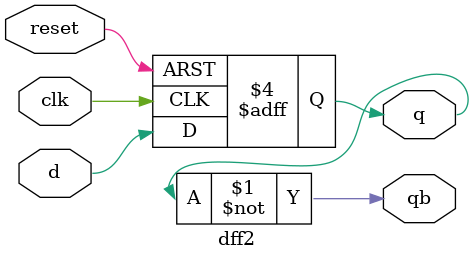
<source format=v>

module dff2 (
  input  d    ,
  input  clk  ,
  input  reset,
  output q    ,
  output qb
);

  reg q;

  assign qb = ~q;

  always @(posedge clk or negedge reset)
    if (~reset)
      q <= 1'b1; // Active high-reset
    else
      q <= d;

endmodule


</source>
